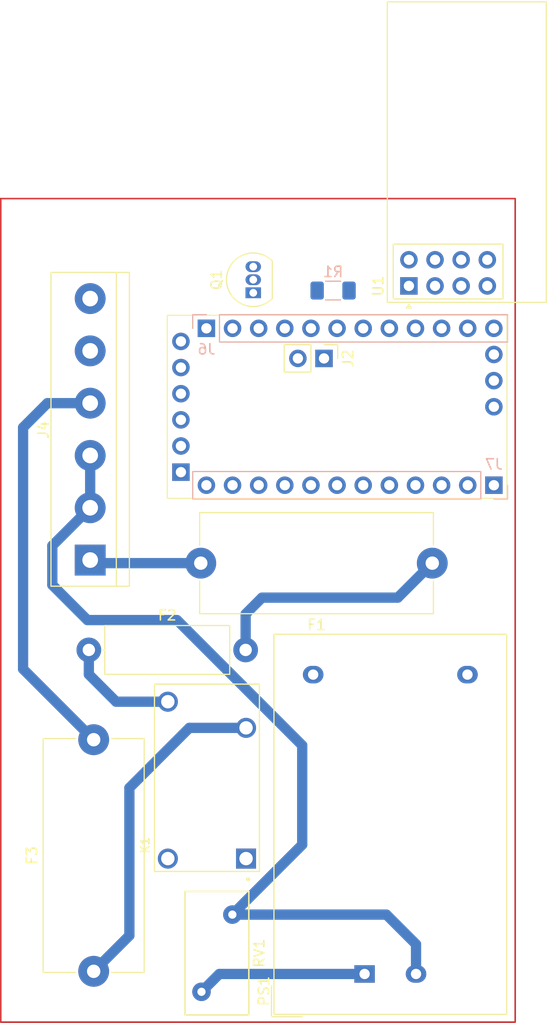
<source format=kicad_pcb>
(kicad_pcb (version 20241229) (generator "pcbnew") (generator_version "9.0")
  (title_block (date "sam. 04 avril 2015"))
  (layers (0 "F.Cu" signal) (2 "B.Cu" signal) (13 "F.Paste" user) (15 "B.Paste" user) (5 "F.SilkS" user "F.Silkscreen") (7 "B.SilkS" user "B.Silkscreen") (1 "F.Mask" user) (3 "B.Mask" user) (25 "Edge.Cuts" user))
  (net 0 "")
  (net 1 "GND")
  (net 2 "/~{RESET}")
  (net 3 "VCC")
  (net 4 "/*D9")
  (net 5 "/D8")
  (net 6 "/D7")
  (net 7 "/*D6")
  (net 8 "/*D5")
  (net 9 "/D4")
  (net 10 "/A3")
  (net 11 "/A2")
  (net 12 "/A1")
  (net 13 "/A0")
  (net 14 "/D2")
  (net 15 "/*D3")
  (net 16 "/DTR")
  (net 17 "/TX")
  (net 18 "/RX")
  (net 19 "/SCL{slash}A5")
  (net 20 "/SDA{slash}A4")
  (net 21 "/SS{slash}*D10")
  (net 22 "/MOSI{slash}*D11")
  (net 23 "/MISO{slash}D12")
  (net 24 "/SCK{slash}D13")
  (net 25 "VDC")
  (net 26 "Net-(F1-Pad1)")
  (net 27 "/TB1_AC1")
  (net 28 "/AC+")
  (net 29 "/TB2")
  (net 30 "Net-(F3-Pad1)")
  (net 31 "Net-(J1-Pin_4)")
  (net 32 "/AC2")
  (net 33 "Net-(Q1-C)")
  (net 34 "VDD")
  (net 35 "Net-(Q1-B)")
  (footprint "Connector_PinHeader_2.54mm:PinHeader_1x02_P2.54mm_Vertical" (layer "F.Cu") (at 62.028 118.381 -90)
    (property "Reference" "J2" (at 0 -2.33 90) (layer "F.SilkS"))
    (property "Value" "I2C")
    (fp_line (start -1.33 3.87) (end 1.33 3.87) (stroke (width 0.12)) (layer "F.SilkS"))
    (fp_line (start -1.33 1.27) (end -1.33 3.87) (stroke (width 0.12)) (layer "F.SilkS"))
    (fp_line (start -1.33 1.27) (end 1.33 1.27) (stroke (width 0.12)) (layer "F.SilkS"))
    (fp_line (start 1.33 1.27) (end 1.33 3.87) (stroke (width 0.12)) (layer "F.SilkS"))
    (fp_line (start -1.33 0) (end -1.33 -1.33) (stroke (width 0.12)) (layer "F.SilkS"))
    (fp_line (start -1.33 -1.33) (end 0 -1.33) (stroke (width 0.12)) (layer "F.SilkS"))
    (pad "1" thru_hole rect (at 0 0 270) (size 1.7 1.7) (drill 1) (layers "*.Cu" "*.Mask") (net 20 "/SDA{slash}A4"))
    (pad "2" thru_hole oval (at 0 2.54 270) (size 1.7 1.7) (drill 1) (layers "*.Cu" "*.Mask") (net 19 "/SCL{slash}A5"))
  )
  (footprint "" (layer "F.Cu") (at 48.12 116.73)
    (property "Reference" "" (at 0 0 0) (layer "F.SilkS") (effects (font (size 1.27 1.27))))
    (property "Value" "")
    (pad "6" thru_hole oval (at 0 0 180) (size 1.7 1.7) (drill 1) (layers "*.Cu" "*.Mask") (net 1 "GND"))
  )
  (footprint "" (layer "F.Cu") (at 48.12 121.81)
    (property "Reference" "" (at 0 0 0) (layer "F.SilkS") (effects (font (size 1.27 1.27))))
    (property "Value" "")
    (pad "4" thru_hole oval (at 0 0 180) (size 1.7 1.7) (drill 1) (layers "*.Cu" "*.Mask") (net 31 "Net-(J1-Pin_4)"))
  )
  (footprint "" (layer "F.Cu") (at 48.12 129.43)
    (property "Reference" "" (at 0 0 0) (layer "F.SilkS") (effects (font (size 1.27 1.27))))
    (property "Value" "")
    (pad "1" thru_hole rect (at 0 0 180) (size 1.7 1.7) (drill 1) (layers "*.Cu" "*.Mask") (net 16 "/DTR"))
  )
  (footprint "Fuse:Fuseholder_Cylinder-5x20mm_Schurter_0031_8201_Horizontal_Open" (layer "F.Cu") (at 39.64 177.92 90)
    (property "Reference" "F3" (at 11.25 -6 90) (layer "F.SilkS"))
    (property "Value" "Fuse")
    (fp_line (start -0.11 -4.91) (end 22.61 -4.91) (stroke (width 0.12)) (layer "F.SilkS"))
    (fp_line (start 22.61 -1.75) (end 22.61 -4.91) (stroke (width 0.12)) (layer "F.SilkS"))
    (fp_line (start -0.11 -1.75) (end -0.11 -4.91) (stroke (width 0.12)) (layer "F.SilkS"))
    (fp_line (start 22.61 4.91) (end 22.61 1.75) (stroke (width 0.12)) (layer "F.SilkS"))
    (fp_line (start -0.11 4.91) (end -0.11 1.75) (stroke (width 0.12)) (layer "F.SilkS"))
    (fp_line (start -0.11 4.91) (end 22.61 4.91) (stroke (width 0.12)) (layer "F.SilkS"))
    (pad "" np_thru_hole circle (at 11.25 0 90) (size 2.7 2.7) (drill 2.7) (layers "*.Cu" "*.Mask"))
    (pad "1" thru_hole circle (at 0 0 90) (size 3 3) (drill 1.3) (layers "*.Cu" "*.Mask") (net 30 "Net-(F3-Pad1)"))
    (pad "2" thru_hole circle (at 22.5 0 90) (size 3 3) (drill 1.3) (layers "*.Cu" "*.Mask") (net 29 "/TB2"))
  )
  (footprint "" (layer "F.Cu") (at 48.12 124.35)
    (property "Reference" "" (at 0 0 0) (layer "F.SilkS") (effects (font (size 1.27 1.27))))
    (property "Value" "")
    (pad "3" thru_hole oval (at 0 0 180) (size 1.7 1.7) (drill 1) (layers "*.Cu" "*.Mask") (net 18 "/RX"))
  )
  (footprint "" (layer "F.Cu") (at 48.12 126.89)
    (property "Reference" "" (at 0 0 0) (layer "F.SilkS") (effects (font (size 1.27 1.27))))
    (property "Value" "")
    (pad "2" thru_hole oval (at 0 0 180) (size 1.7 1.7) (drill 1) (layers "*.Cu" "*.Mask") (net 17 "/TX"))
  )
  (footprint "" (layer "F.Cu") (at 78.538 123.08 90)
    (property "Reference" "" (at 0 0 90) (layer "F.SilkS") (effects (font (size 1.27 1.27))))
    (property "Value" "")
    (pad "9" thru_hole oval (at 0 0) (size 1.7 1.7) (drill 1) (layers "*.Cu" "*.Mask") (net 24 "/SCK{slash}D13"))
  )
  (footprint "OJE-SS-112LMH_000.:TE_5-1419128-0" (layer "F.Cu") (at 50.65 159.12 90)
    (property "Reference" "K1" (at -6.56436 -6.01201 90) (layer "F.SilkS") (effects (font (size 0.800535 0.800535))))
    (property "Value" "OJE-SS-112LMH_000")
    (fp_line (start 9.1 -5.1) (end 9.1 5.1) (stroke (width 0.127)) (layer "F.SilkS"))
    (fp_line (start -9.1 -5.1) (end 9.1 -5.1) (stroke (width 0.127)) (layer "F.SilkS"))
    (fp_line (start 9.1 5.1) (end -9.1 5.1) (stroke (width 0.127)) (layer "F.SilkS"))
    (fp_line (start -9.1 5.1) (end -9.1 -5.1) (stroke (width 0.127)) (layer "F.SilkS"))
    (fp_circle (center -9.85 4) (end -9.75 4) (stroke (width 0.2)) (fill no) (layer "F.SilkS"))
    (pad "1" thru_hole rect (at -7.85 3.8 90) (size 1.95 1.95) (drill 1.3) (layers "*.Cu" "*.Mask") (net 33 "Net-(Q1-C)"))
    (pad "2" thru_hole circle (at -7.85 -3.8 90) (size 1.95 1.95) (drill 1.3) (layers "*.Cu" "*.Mask") (net 34 "VDD"))
    (pad "3" thru_hole circle (at 7.39 -3.8 90) (size 1.95 1.95) (drill 1.3) (layers "*.Cu" "*.Mask") (net 28 "/AC+"))
    (pad "4" thru_hole circle (at 4.85 3.8 90) (size 1.95 1.95) (drill 1.3) (layers "*.Cu" "*.Mask") (net 30 "Net-(F3-Pad1)"))
  )
  (footprint "Converter_ACDC:Converter_ACDC_Hi-Link_HLK-PMxx" (layer "F.Cu") (at 65.9725 178.1775 90)
    (property "Reference" "PS1" (at -1.66 -9.79 90) (layer "F.SilkS"))
    (property "Value" "HLK-PM01")
    (fp_line (start -4.16 -9.05) (end -1.16 -9.05) (stroke (width 0.12)) (layer "F.SilkS"))
    (fp_line (start 33 -8.81) (end 33 13.81) (stroke (width 0.12)) (layer "F.SilkS"))
    (fp_line (start -3.92 -8.81) (end 33 -8.81) (stroke (width 0.12)) (layer "F.SilkS"))
    (fp_line (start -3.92 -8.81) (end -3.92 13.81) (stroke (width 0.12)) (layer "F.SilkS"))
    (fp_line (start -4.16 -6.05) (end -4.16 -9.05) (stroke (width 0.12)) (layer "F.SilkS"))
    (fp_line (start -3.92 13.81) (end 33 13.81) (stroke (width 0.12)) (layer "F.SilkS"))
    (pad "1" thru_hole rect (at 0 0 90) (size 1.7 2) (drill 1) (layers "*.Cu" "*.Mask") (net 28 "/AC+"))
    (pad "2" thru_hole oval (at 0 5 90) (size 1.7 2) (drill 1) (layers "*.Cu" "*.Mask") (net 32 "/AC2"))
    (pad "3" thru_hole oval (at 29.08 -5 90) (size 1.7 2) (drill 1) (layers "*.Cu" "*.Mask") (net 1 "GND"))
    (pad "4" thru_hole oval (at 29.08 10 90) (size 1.7 2) (drill 1) (layers "*.Cu" "*.Mask") (net 3 "VCC"))
  )
  (footprint "Varistor:RV_Disc_D12mm_W6.2mm_P7.5mm" (layer "F.Cu") (at 50.12 179.91 90)
    (property "Reference" "RV1" (at 3.75 5.6 90) (layer "F.SilkS"))
    (property "Value" "Varistor")
    (fp_line (start 9.75 -1.6) (end 9.75 4.6) (stroke (width 0.15)) (layer "F.SilkS"))
    (fp_line (start -2.25 -1.6) (end 9.75 -1.6) (stroke (width 0.15)) (layer "F.SilkS"))
    (fp_line (start -2.25 -1.6) (end -2.25 4.6) (stroke (width 0.15)) (layer "F.SilkS"))
    (fp_line (start -2.25 4.6) (end 9.75 4.6) (stroke (width 0.15)) (layer "F.SilkS"))
    (pad "1" thru_hole circle (at 0 0 90) (size 1.8 1.8) (drill 0.8) (layers "*.Cu" "*.Mask") (net 28 "/AC+"))
    (pad "2" thru_hole circle (at 7.5 3 90) (size 1.8 1.8) (drill 0.8) (layers "*.Cu" "*.Mask") (net 32 "/AC2"))
  )
  (footprint "" (layer "F.Cu") (at 78.538 120.54 90)
    (property "Reference" "" (at 0 0 90) (layer "F.SilkS") (effects (font (size 1.27 1.27))))
    (property "Value" "")
    (pad "10" thru_hole oval (at 0 0) (size 1.7 1.7) (drill 1) (layers "*.Cu" "*.Mask") (net 23 "/MISO{slash}D12"))
  )
  (footprint "RF_Module:nRF24L01_Breakout" (layer "F.Cu") (at 70.28 111.34 90)
    (property "Reference" "U1" (at 0 -3 90) (layer "F.SilkS"))
    (property "Value" "NRF24L01_Breakout")
    (fp_line (start 27.6 -2.1) (end 27.6 13.35) (stroke (width 0.12)) (layer "F.SilkS"))
    (fp_line (start -1.6 -2.1) (end 27.6 -2.1) (stroke (width 0.12)) (layer "F.SilkS"))
    (fp_line (start -1.6 -2.1) (end -1.6 -2.1) (stroke (width 0.12)) (layer "F.SilkS"))
    (fp_line (start 4.064 -1.524) (end 4.064 9.144) (stroke (width 0.12)) (layer "F.SilkS"))
    (fp_line (start -1.27 -1.524) (end 4.064 -1.524) (stroke (width 0.12)) (layer "F.SilkS"))
    (fp_line (start -1.27 -1.524) (end -1.27 -1.524) (stroke (width 0.12)) (layer "F.SilkS"))
    (fp_line (start 4.064 9.144) (end -1.27 9.144) (stroke (width 0.12)) (layer "F.SilkS"))
    (fp_line (start -1.27 9.144) (end -1.27 -1.524) (stroke (width 0.12)) (layer "F.SilkS"))
    (fp_line (start -1.27 9.144) (end -1.27 9.144) (stroke (width 0.12)) (layer "F.SilkS"))
    (fp_line (start 27.6 13.35) (end -1.6 13.35) (stroke (width 0.12)) (layer "F.SilkS"))
    (fp_line (start -1.6 13.35) (end -1.6 -2.1) (stroke (width 0.12)) (layer "F.SilkS"))
    (fp_poly (pts (xy -1.8 0) (xy -2.136 0.24) (xy -2.136 -0.24) (xy -1.8 0)) (stroke (width 0.12)) (fill yes) (layer "F.SilkS"))
    (pad "1" thru_hole rect (at 0 0 90) (size 1.7 1.7) (drill 1) (layers "*.Cu" "*.Mask") (net 1 "GND"))
    (pad "2" thru_hole circle (at 2.54 0 90) (size 1.7 1.7) (drill 1) (layers "*.Cu" "*.Mask") (net 3 "VCC"))
    (pad "3" thru_hole circle (at 0 2.54 90) (size 1.7 1.7) (drill 1) (layers "*.Cu" "*.Mask") (net 4 "/*D9"))
    (pad "4" thru_hole circle (at 2.54 2.54 90) (size 1.7 1.7) (drill 1) (layers "*.Cu" "*.Mask") (net 21 "/SS{slash}*D10"))
    (pad "5" thru_hole circle (at 0 5.08 90) (size 1.7 1.7) (drill 1) (layers "*.Cu" "*.Mask") (net 24 "/SCK{slash}D13"))
    (pad "6" thru_hole circle (at 2.54 5.08 90) (size 1.7 1.7) (drill 1) (layers "*.Cu" "*.Mask") (net 22 "/MOSI{slash}*D11"))
    (pad "7" thru_hole circle (at 0 7.62 90) (size 1.7 1.7) (drill 1) (layers "*.Cu" "*.Mask") (net 23 "/MISO{slash}D12"))
    (pad "8" thru_hole circle (at 2.54 7.62 90) (size 1.7 1.7) (drill 1) (layers "*.Cu" "*.Mask"))
  )
  (footprint "" (layer "F.Cu") (at 78.538 118 90)
    (property "Reference" "" (at 0 0 90) (layer "F.SilkS") (effects (font (size 1.27 1.27))))
    (property "Value" "")
    (pad "11" thru_hole oval (at 0 0) (size 1.7 1.7) (drill 1) (layers "*.Cu" "*.Mask") (net 22 "/MOSI{slash}*D11"))
  )
  (footprint "Package_TO_SOT_THT:TO-92_Inline" (layer "F.Cu") (at 55.15 112.01 90)
    (property "Reference" "Q1" (at 1.27 -3.56 90) (layer "F.SilkS"))
    (property "Value" "BC547")
    (fp_line (start -0.53 1.85) (end 3.07 1.85) (stroke (width 0.12)) (layer "F.SilkS"))
    (fp_arc (start 1.27 -2.6) (mid 3.672087 -0.994977) (end 3.108478 1.838478) (stroke (width 0.12)) (layer "F.SilkS"))
    (fp_arc (start -0.568478 1.838478) (mid -1.132087 -0.994977) (end 1.27 -2.6) (stroke (width 0.12)) (layer "F.SilkS"))
    (pad "1" thru_hole rect (at 0 0 90) (size 1.05 1.5) (drill 0.75) (layers "*.Cu" "*.Mask") (net 33 "Net-(Q1-C)"))
    (pad "2" thru_hole oval (at 1.27 0 90) (size 1.05 1.5) (drill 0.75) (layers "*.Cu" "*.Mask") (net 35 "Net-(Q1-B)"))
    (pad "3" thru_hole oval (at 2.54 0 90) (size 1.05 1.5) (drill 0.75) (layers "*.Cu" "*.Mask") (net 1 "GND"))
  )
  (footprint "" (layer "F.Cu") (at 48.12 119.27)
    (property "Reference" "" (at 0 0 0) (layer "F.SilkS") (effects (font (size 1.27 1.27))))
    (property "Value" "")
    (pad "5" thru_hole oval (at 0 0 180) (size 1.7 1.7) (drill 1) (layers "*.Cu" "*.Mask") (net 1 "GND"))
  )
  (footprint "Resistor_THT:R_Axial_DIN0414_L11.9mm_D4.5mm_P15.24mm_Horizontal" (layer "F.Cu") (at 39.17 146.7)
    (property "Reference" "F2" (at 7.62 -3.37 0) (layer "F.SilkS"))
    (property "Value" "Fuse")
    (fp_line (start 1.44 0) (end 1.55 0) (stroke (width 0.12)) (layer "F.SilkS"))
    (fp_line (start 1.55 -2.37) (end 1.55 2.37) (stroke (width 0.12)) (layer "F.SilkS"))
    (fp_line (start 1.55 2.37) (end 13.69 2.37) (stroke (width 0.12)) (layer "F.SilkS"))
    (fp_line (start 13.69 -2.37) (end 1.55 -2.37) (stroke (width 0.12)) (layer "F.SilkS"))
    (fp_line (start 13.69 2.37) (end 13.69 -2.37) (stroke (width 0.12)) (layer "F.SilkS"))
    (fp_line (start 13.8 0) (end 13.69 0) (stroke (width 0.12)) (layer "F.SilkS"))
    (pad "1" thru_hole circle (at 0 0) (size 2.4 2.4) (drill 1.2) (layers "*.Cu" "*.Mask") (net 28 "/AC+"))
    (pad "2" thru_hole oval (at 15.24 0) (size 2.4 2.4) (drill 1.2) (layers "*.Cu" "*.Mask") (net 26 "Net-(F1-Pad1)"))
  )
  (footprint "Fuse:Fuseholder_Cylinder-5x20mm_Schurter_0031_8201_Horizontal_Open" (layer "F.Cu") (at 72.55 138.27 180)
    (property "Reference" "F1" (at 11.25 -6 0) (layer "F.SilkS"))
    (property "Value" "Fuse")
    (fp_line (start 22.61 4.91) (end 22.61 1.75) (stroke (width 0.12)) (layer "F.SilkS"))
    (fp_line (start 22.61 -1.75) (end 22.61 -4.91) (stroke (width 0.12)) (layer "F.SilkS"))
    (fp_line (start -0.11 4.91) (end 22.61 4.91) (stroke (width 0.12)) (layer "F.SilkS"))
    (fp_line (start -0.11 4.91) (end -0.11 1.75) (stroke (width 0.12)) (layer "F.SilkS"))
    (fp_line (start -0.11 -1.75) (end -0.11 -4.91) (stroke (width 0.12)) (layer "F.SilkS"))
    (fp_line (start -0.11 -4.91) (end 22.61 -4.91) (stroke (width 0.12)) (layer "F.SilkS"))
    (pad "" np_thru_hole circle (at 11.25 0 180) (size 2.7 2.7) (drill 2.7) (layers "*.Cu" "*.Mask"))
    (pad "1" thru_hole circle (at 0 0 180) (size 3 3) (drill 1.3) (layers "*.Cu" "*.Mask") (net 26 "Net-(F1-Pad1)"))
    (pad "2" thru_hole circle (at 22.5 0 180) (size 3 3) (drill 1.3) (layers "*.Cu" "*.Mask") (net 27 "/TB1_AC1"))
  )
  (footprint "TerminalBlock:TerminalBlock_bornier-6_P5.08mm" (layer "F.Cu") (at 39.3 137.97 90)
    (property "Reference" "J4" (at 12.65 -4.55 90) (layer "F.SilkS"))
    (property "Value" "Conn_01x06")
    (fp_line (start -2.54 -3.81) (end 27.94 -3.81) (stroke (width 0.12)) (layer "F.SilkS"))
    (fp_line (start -2.54 -3.81) (end -2.54 3.81) (stroke (width 0.12)) (layer "F.SilkS"))
    (fp_line (start -2.54 2.54) (end 27.94 2.54) (stroke (width 0.12)) (layer "F.SilkS"))
    (fp_line (start 27.94 3.81) (end 27.94 -3.81) (stroke (width 0.12)) (layer "F.SilkS"))
    (fp_line (start -2.54 3.81) (end 27.94 3.81) (stroke (width 0.12)) (layer "F.SilkS"))
    (pad "1" thru_hole rect (at 0 0 90) (size 3 3) (drill 1.52) (layers "*.Cu" "*.Mask") (net 27 "/TB1_AC1"))
    (pad "2" thru_hole circle (at 5.08 0 90) (size 3 3) (drill 1.52) (layers "*.Cu" "*.Mask") (net 32 "/AC2"))
    (pad "3" thru_hole circle (at 10.16 0 90) (size 3 3) (drill 1.52) (layers "*.Cu" "*.Mask") (net 32 "/AC2"))
    (pad "4" thru_hole circle (at 15.24 0 90) (size 3 3) (drill 1.52) (layers "*.Cu" "*.Mask") (net 29 "/TB2"))
    (pad "5" thru_hole circle (at 20.32 0 90) (size 3 3) (drill 1.52) (layers "*.Cu" "*.Mask") (net 7 "/*D6"))
    (pad "6" thru_hole circle (at 25.4 0 90) (size 3 3) (drill 1.52) (layers "*.Cu" "*.Mask") (net 6 "/D7"))
  )
  (footprint "Connector_PinHeader_2.54mm:PinHeader_1x12_P2.54mm_Vertical" (layer "B.Cu") (at 78.538 130.7 90)
    (property "Reference" "J7" (at 2.032 0 0) (layer "B.SilkS") (effects (justify mirror)))
    (property "Value" "Digital")
    (fp_line (start -1.33 -29.27) (end 1.33 -29.27) (stroke (width 0.12)) (layer "B.SilkS"))
    (fp_line (start 1.33 -1.27) (end 1.33 -29.27) (stroke (width 0.12)) (layer "B.SilkS"))
    (fp_line (start -1.33 -1.27) (end -1.33 -29.27) (stroke (width 0.12)) (layer "B.SilkS"))
    (fp_line (start -1.33 -1.27) (end 1.33 -1.27) (stroke (width 0.12)) (layer "B.SilkS"))
    (fp_line (start -1.33 0) (end -1.33 1.33) (stroke (width 0.12)) (layer "B.SilkS"))
    (fp_line (start -1.33 1.33) (end 0 1.33) (stroke (width 0.12)) (layer "B.SilkS"))
    (pad "1" thru_hole rect (at 0 0 90) (size 1.7 1.7) (drill 1) (layers "*.Cu" "*.Mask") (net 4 "/*D9"))
    (pad "2" thru_hole oval (at 0 -2.54 90) (size 1.7 1.7) (drill 1) (layers "*.Cu" "*.Mask") (net 5 "/D8"))
    (pad "3" thru_hole oval (at 0 -5.08 90) (size 1.7 1.7) (drill 1) (layers "*.Cu" "*.Mask") (net 6 "/D7"))
    (pad "4" thru_hole oval (at 0 -7.62 90) (size 1.7 1.7) (drill 1) (layers "*.Cu" "*.Mask") (net 7 "/*D6"))
    (pad "5" thru_hole oval (at 0 -10.16 90) (size 1.7 1.7) (drill 1) (layers "*.Cu" "*.Mask") (net 8 "/*D5"))
    (pad "6" thru_hole oval (at 0 -12.7 90) (size 1.7 1.7) (drill 1) (layers "*.Cu" "*.Mask") (net 9 "/D4"))
    (pad "7" thru_hole oval (at 0 -15.24 90) (size 1.7 1.7) (drill 1) (layers "*.Cu" "*.Mask") (net 15 "/*D3"))
    (pad "8" thru_hole oval (at 0 -17.78 90) (size 1.7 1.7) (drill 1) (layers "*.Cu" "*.Mask") (net 14 "/D2"))
    (pad "9" thru_hole oval (at 0 -20.32 90) (size 1.7 1.7) (drill 1) (layers "*.Cu" "*.Mask") (net 1 "GND"))
    (pad "10" thru_hole oval (at 0 -22.86 90) (size 1.7 1.7) (drill 1) (layers "*.Cu" "*.Mask") (net 2 "/~{RESET}"))
    (pad "11" thru_hole oval (at 0 -25.4 90) (size 1.7 1.7) (drill 1) (layers "*.Cu" "*.Mask") (net 18 "/RX"))
    (pad "12" thru_hole oval (at 0 -27.94 90) (size 1.7 1.7) (drill 1) (layers "*.Cu" "*.Mask") (net 17 "/TX"))
  )
  (footprint "Connector_PinHeader_2.54mm:PinHeader_1x12_P2.54mm_Vertical" (layer "B.Cu") (at 50.598 115.46 -90)
    (property "Reference" "J6" (at 2.032 0 0) (layer "B.SilkS") (effects (justify mirror)))
    (property "Value" "Analog")
    (fp_line (start -1.33 1.33) (end 0 1.33) (stroke (width 0.12)) (layer "B.SilkS"))
    (fp_line (start -1.33 0) (end -1.33 1.33) (stroke (width 0.12)) (layer "B.SilkS"))
    (fp_line (start -1.33 -1.27) (end 1.33 -1.27) (stroke (width 0.12)) (layer "B.SilkS"))
    (fp_line (start -1.33 -1.27) (end -1.33 -29.27) (stroke (width 0.12)) (layer "B.SilkS"))
    (fp_line (start 1.33 -1.27) (end 1.33 -29.27) (stroke (width 0.12)) (layer "B.SilkS"))
    (fp_line (start -1.33 -29.27) (end 1.33 -29.27) (stroke (width 0.12)) (layer "B.SilkS"))
    (pad "1" thru_hole rect (at 0 0 270) (size 1.7 1.7) (drill 1) (layers "*.Cu" "*.Mask") (net 25 "VDC"))
    (pad "2" thru_hole oval (at 0 -2.54 270) (size 1.7 1.7) (drill 1) (layers "*.Cu" "*.Mask") (net 1 "GND"))
    (pad "3" thru_hole oval (at 0 -5.08 270) (size 1.7 1.7) (drill 1) (layers "*.Cu" "*.Mask") (net 2 "/~{RESET}"))
    (pad "4" thru_hole oval (at 0 -7.62 270) (size 1.7 1.7) (drill 1) (layers "*.Cu" "*.Mask") (net 3 "VCC"))
    (pad "5" thru_hole oval (at 0 -10.16 270) (size 1.7 1.7) (drill 1) (layers "*.Cu" "*.Mask") (net 10 "/A3"))
    (pad "6" thru_hole oval (at 0 -12.7 270) (size 1.7 1.7) (drill 1) (layers "*.Cu" "*.Mask") (net 11 "/A2"))
    (pad "7" thru_hole oval (at 0 -15.24 270) (size 1.7 1.7) (drill 1) (layers "*.Cu" "*.Mask") (net 12 "/A1"))
    (pad "8" thru_hole oval (at 0 -17.78 270) (size 1.7 1.7) (drill 1) (layers "*.Cu" "*.Mask") (net 13 "/A0"))
    (pad "9" thru_hole oval (at 0 -20.32 270) (size 1.7 1.7) (drill 1) (layers "*.Cu" "*.Mask") (net 24 "/SCK{slash}D13"))
    (pad "10" thru_hole oval (at 0 -22.86 270) (size 1.7 1.7) (drill 1) (layers "*.Cu" "*.Mask") (net 23 "/MISO{slash}D12"))
    (pad "11" thru_hole oval (at 0 -25.4 270) (size 1.7 1.7) (drill 1) (layers "*.Cu" "*.Mask") (net 22 "/MOSI{slash}*D11"))
    (pad "12" thru_hole oval (at 0 -27.94 270) (size 1.7 1.7) (drill 1) (layers "*.Cu" "*.Mask") (net 21 "/SS{slash}*D10"))
  )
  (footprint "Resistor_SMD:R_1206_3216Metric_Pad1.30x1.75mm_HandSolder" (layer "B.Cu") (at 62.91 111.79 180)
    (property "Reference" "R1" (at 0 1.82 0) (layer "B.SilkS") (effects (justify mirror)))
    (property "Value" "R")
    (fp_line (start -0.727064 0.91) (end 0.727064 0.91) (stroke (width 0.12)) (layer "B.SilkS"))
    (fp_line (start -0.727064 -0.91) (end 0.727064 -0.91) (stroke (width 0.12)) (layer "B.SilkS"))
    (pad "1" smd roundrect (at -1.55 0 180) (size 1.3 1.75) (layers "B.Cu" "B.Mask" "B.Paste") (roundrect_rratio 0.192308) (net 8 "/*D5"))
    (pad "2" smd roundrect (at 1.55 0 180) (size 1.3 1.75) (layers "B.Cu" "B.Mask" "B.Paste") (roundrect_rratio 0.192308) (net 35 "Net-(Q1-B)"))
  )
  (gr_rect (start 30.61 102.855) (end 80.61 182.855) (stroke (width 0.15)) (fill no) (layer "F.Cu") (net 1))
  (gr_rect (start 46.788 114.19) (end 79.808 131.97) (stroke (width 0.1)) (fill no) (layer "F.SilkS"))
  (segment (start 69.2 141.62) (end 72.55 138.27) (width 1) (layer "B.Cu") (net 26))
  (segment (start 54.41 143.21) (end 56 141.62) (width 1) (layer "B.Cu") (net 26))
  (segment (start 56 141.62) (end 69.2 141.62) (width 1) (layer "B.Cu") (net 26))
  (segment (start 54.41 146.7) (end 54.41 143.21) (width 1) (layer "B.Cu") (net 26))
  (segment (start 39.6 138.27) (end 39.3 137.97) (width 1) (layer "F.Cu") (net 27))
  (segment (start 50.05 138.27) (end 39.6 138.27) (width 1) (layer "B.Cu") (net 27))
  (segment (start 51.8525 178.1775) (end 50.12 179.91) (width 1) (layer "B.Cu") (net 28))
  (segment (start 41.82 151.73) (end 46.85 151.73) (width 1) (layer "B.Cu") (net 28))
  (segment (start 39.17 146.7) (end 39.17 149.08) (width 1) (layer "B.Cu") (net 28))
  (segment (start 39.17 149.08) (end 41.82 151.73) (width 1) (layer "B.Cu") (net 28))
  (segment (start 65.9725 178.1775) (end 51.8525 178.1775) (width 1) (layer "B.Cu") (net 28))
  (segment (start 39.64 155.42) (end 32.78 148.56) (width 1) (layer "B.Cu") (net 29))
  (segment (start 35.14 122.73) (end 39.3 122.73) (width 1) (layer "B.Cu") (net 29))
  (segment (start 32.78 148.56) (end 32.78 125.09) (width 1) (layer "B.Cu") (net 29))
  (segment (start 32.78 125.09) (end 35.14 122.73) (width 1) (layer "B.Cu") (net 29))
  (segment (start 43.11 174.45) (end 43.11 160.1) (width 1) (layer "B.Cu") (net 30))
  (segment (start 48.94 154.27) (end 54.45 154.27) (width 1) (layer "B.Cu") (net 30))
  (segment (start 43.11 160.1) (end 48.94 154.27) (width 1) (layer "B.Cu") (net 30))
  (segment (start 39.64 177.92) (end 43.11 174.45) (width 1) (layer "B.Cu") (net 30))
  (segment (start 59.91 165.62) (end 53.12 172.41) (width 1) (layer "B.Cu") (net 32))
  (segment (start 59.91 155.97) (end 59.91 165.62) (width 1) (layer "B.Cu") (net 32))
  (segment (start 47.74 143.8) (end 59.91 155.97) (width 1) (layer "B.Cu") (net 32))
  (segment (start 70.9725 178.1775) (end 70.9725 175.2925) (width 1) (layer "B.Cu") (net 32))
  (segment (start 35.62 136.57) (end 35.62 140.39) (width 1) (layer "B.Cu") (net 32))
  (segment (start 39.3 132.89) (end 39.3 127.81) (width 1) (layer "B.Cu") (net 32))
  (segment (start 70.9725 175.2925) (end 68.09 172.41) (width 1) (layer "B.Cu") (net 32))
  (segment (start 39.03 143.8) (end 47.74 143.8) (width 1) (layer "B.Cu") (net 32))
  (segment (start 35.62 140.39) (end 39.03 143.8) (width 1) (layer "B.Cu") (net 32))
  (segment (start 39.3 132.89) (end 35.62 136.57) (width 1) (layer "B.Cu") (net 32))
  (segment (start 68.09 172.41) (end 53.12 172.41) (width 1) (layer "B.Cu") (net 32))
)
</source>
